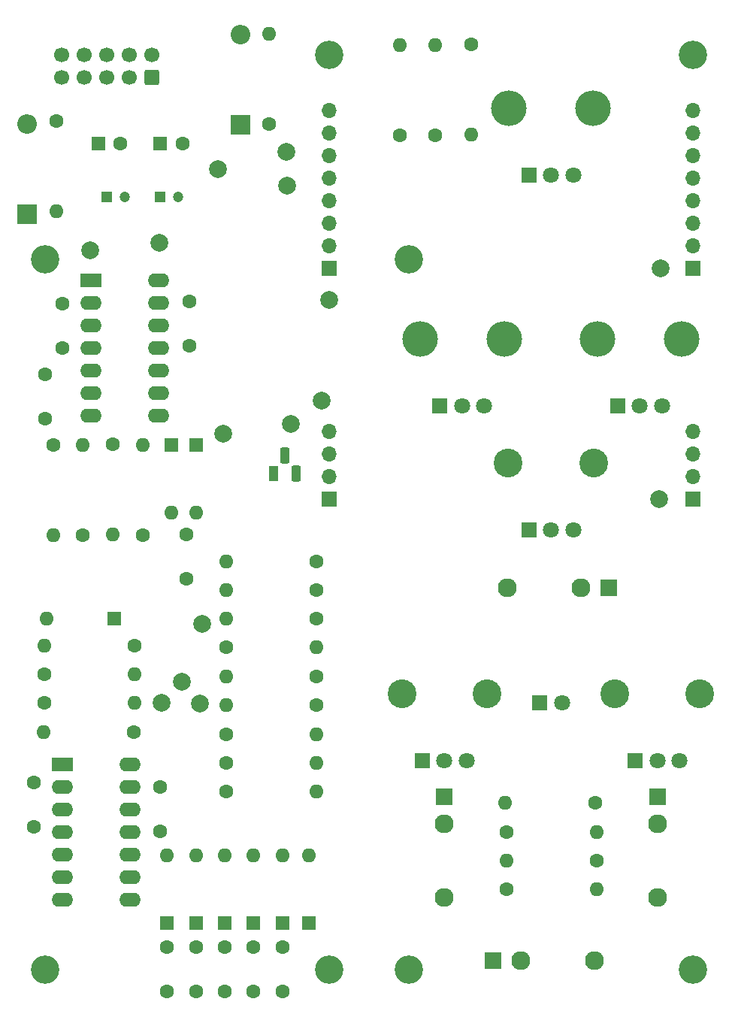
<source format=gbr>
%TF.GenerationSoftware,KiCad,Pcbnew,8.0.2-1*%
%TF.CreationDate,2024-05-20T21:15:53+02:00*%
%TF.ProjectId,low-orbit,6c6f772d-6f72-4626-9974-2e6b69636164,rev?*%
%TF.SameCoordinates,Original*%
%TF.FileFunction,Soldermask,Top*%
%TF.FilePolarity,Negative*%
%FSLAX46Y46*%
G04 Gerber Fmt 4.6, Leading zero omitted, Abs format (unit mm)*
G04 Created by KiCad (PCBNEW 8.0.2-1) date 2024-05-20 21:15:53*
%MOMM*%
%LPD*%
G01*
G04 APERTURE LIST*
G04 Aperture macros list*
%AMRoundRect*
0 Rectangle with rounded corners*
0 $1 Rounding radius*
0 $2 $3 $4 $5 $6 $7 $8 $9 X,Y pos of 4 corners*
0 Add a 4 corners polygon primitive as box body*
4,1,4,$2,$3,$4,$5,$6,$7,$8,$9,$2,$3,0*
0 Add four circle primitives for the rounded corners*
1,1,$1+$1,$2,$3*
1,1,$1+$1,$4,$5*
1,1,$1+$1,$6,$7*
1,1,$1+$1,$8,$9*
0 Add four rect primitives between the rounded corners*
20,1,$1+$1,$2,$3,$4,$5,0*
20,1,$1+$1,$4,$5,$6,$7,0*
20,1,$1+$1,$6,$7,$8,$9,0*
20,1,$1+$1,$8,$9,$2,$3,0*%
G04 Aperture macros list end*
%ADD10C,1.600000*%
%ADD11O,1.600000X1.600000*%
%ADD12O,4.000000X4.000000*%
%ADD13R,1.800000X1.800000*%
%ADD14C,1.800000*%
%ADD15C,3.200000*%
%ADD16R,2.200000X2.200000*%
%ADD17O,2.200000X2.200000*%
%ADD18C,3.240000*%
%ADD19R,1.930000X1.830000*%
%ADD20C,2.130000*%
%ADD21R,1.600000X1.600000*%
%ADD22R,1.830000X1.930000*%
%ADD23R,1.700000X1.700000*%
%ADD24O,1.700000X1.700000*%
%ADD25C,2.000000*%
%ADD26R,1.100000X1.800000*%
%ADD27RoundRect,0.275000X-0.275000X-0.625000X0.275000X-0.625000X0.275000X0.625000X-0.275000X0.625000X0*%
%ADD28R,2.400000X1.600000*%
%ADD29O,2.400000X1.600000*%
%ADD30R,1.200000X1.200000*%
%ADD31C,1.200000*%
%ADD32RoundRect,0.250000X0.600000X-0.600000X0.600000X0.600000X-0.600000X0.600000X-0.600000X-0.600000X0*%
%ADD33C,1.700000*%
G04 APERTURE END LIST*
D10*
%TO.C,C11*%
X71000000Y-159500000D03*
X71000000Y-154500000D03*
%TD*%
%TO.C,R14*%
X74420000Y-137000000D03*
D11*
X84580000Y-137000000D03*
%TD*%
D10*
%TO.C,R6*%
X53920000Y-127000000D03*
D11*
X64080000Y-127000000D03*
%TD*%
D10*
%TO.C,C4*%
X56000000Y-87005000D03*
X56000000Y-82005000D03*
%TD*%
D12*
%TO.C,RES_INT1*%
X96250000Y-86000000D03*
X105750000Y-86000000D03*
D13*
X98500000Y-93500000D03*
D14*
X101000000Y-93500000D03*
X103500000Y-93500000D03*
%TD*%
D15*
%TO.C,H9*%
X95000000Y-77000000D03*
%TD*%
%TO.C,H8*%
X86000000Y-157000000D03*
%TD*%
D16*
%TO.C,D3*%
X52000000Y-71960000D03*
D17*
X52000000Y-61800000D03*
%TD*%
D10*
%TO.C,R5*%
X105970000Y-141500000D03*
D11*
X116130000Y-141500000D03*
%TD*%
D10*
%TO.C,R9*%
X64080000Y-120500000D03*
D11*
X53920000Y-120500000D03*
%TD*%
D10*
%TO.C,R12*%
X84580000Y-114300000D03*
D11*
X74420000Y-114300000D03*
%TD*%
D18*
%TO.C,CV_CTL_IN_1*%
X94200000Y-126000000D03*
X103800000Y-126000000D03*
D13*
X96500000Y-133500000D03*
D14*
X99000000Y-133500000D03*
X101500000Y-133500000D03*
%TD*%
D10*
%TO.C,C12*%
X74250000Y-159500000D03*
X74250000Y-154500000D03*
%TD*%
%TO.C,R19*%
X74420000Y-130500000D03*
D11*
X84580000Y-130500000D03*
%TD*%
D10*
%TO.C,C1*%
X69900000Y-108000000D03*
X69900000Y-113000000D03*
%TD*%
D19*
%TO.C,J2*%
X99000000Y-137520000D03*
D20*
X99000000Y-148920000D03*
X99000000Y-140620000D03*
%TD*%
D21*
%TO.C,D10*%
X83750000Y-151810000D03*
D11*
X83750000Y-144190000D03*
%TD*%
D12*
%TO.C,CUTOFF1*%
X106250000Y-60000000D03*
X115750000Y-60000000D03*
D13*
X108500000Y-67500000D03*
D14*
X111000000Y-67500000D03*
X113500000Y-67500000D03*
%TD*%
D10*
%TO.C,C2*%
X52750000Y-140920000D03*
X52750000Y-135920000D03*
%TD*%
%TO.C,R7*%
X116130000Y-144750000D03*
D11*
X105970000Y-144750000D03*
%TD*%
D21*
%TO.C,D8*%
X77500000Y-151810000D03*
D11*
X77500000Y-144190000D03*
%TD*%
D10*
%TO.C,C3*%
X70300000Y-81755000D03*
X70300000Y-86755000D03*
%TD*%
%TO.C,R8*%
X53970000Y-123750000D03*
D11*
X64130000Y-123750000D03*
%TD*%
D16*
%TO.C,D4*%
X76000000Y-61830000D03*
D17*
X76000000Y-51670000D03*
%TD*%
D15*
%TO.C,H5*%
X127000000Y-54000000D03*
%TD*%
D22*
%TO.C,J1*%
X117480000Y-114000000D03*
D20*
X106080000Y-114000000D03*
X114380000Y-114000000D03*
%TD*%
D12*
%TO.C,RES_AMOUNT1*%
X116250000Y-86000000D03*
X125750000Y-86000000D03*
D13*
X118500000Y-93500000D03*
D14*
X121000000Y-93500000D03*
X123500000Y-93500000D03*
%TD*%
D10*
%TO.C,R3*%
X98000000Y-63080000D03*
D11*
X98000000Y-52920000D03*
%TD*%
D23*
%TO.C,H4*%
X86000000Y-78000000D03*
D24*
X86000000Y-75460000D03*
X86000000Y-72920000D03*
X86000000Y-70380000D03*
X86000000Y-67840000D03*
X86000000Y-65300000D03*
X86000000Y-62760000D03*
X86000000Y-60220000D03*
%TD*%
D10*
%TO.C,R2*%
X64030000Y-130250000D03*
D11*
X53870000Y-130250000D03*
%TD*%
D15*
%TO.C,H11*%
X54000000Y-77000000D03*
%TD*%
D18*
%TO.C,CV_CTL_IN_2*%
X118200000Y-126000000D03*
X127800000Y-126000000D03*
D13*
X120500000Y-133500000D03*
D14*
X123000000Y-133500000D03*
X125500000Y-133500000D03*
%TD*%
D23*
%TO.C,H2*%
X86000000Y-104000000D03*
D24*
X86000000Y-101460000D03*
X86000000Y-98920000D03*
X86000000Y-96380000D03*
%TD*%
D25*
%TO.C,TP10*%
X123400000Y-78000000D03*
%TD*%
D15*
%TO.C,H6*%
X54000000Y-157000000D03*
%TD*%
D10*
%TO.C,R21*%
X65000000Y-108080000D03*
D11*
X65000000Y-97920000D03*
%TD*%
D10*
%TO.C,R20*%
X84580000Y-127250000D03*
D11*
X74420000Y-127250000D03*
%TD*%
D10*
%TO.C,R18*%
X79250000Y-61780000D03*
D11*
X79250000Y-51620000D03*
%TD*%
D10*
%TO.C,R4*%
X116030000Y-138250000D03*
D11*
X105870000Y-138250000D03*
%TD*%
D10*
%TO.C,R10*%
X54965000Y-97910000D03*
D11*
X54965000Y-108070000D03*
%TD*%
D21*
%TO.C,D6*%
X71000000Y-151810000D03*
D11*
X71000000Y-144190000D03*
%TD*%
D10*
%TO.C,R17*%
X55300000Y-61470000D03*
D11*
X55300000Y-71630000D03*
%TD*%
D10*
%TO.C,R11*%
X84580000Y-117500000D03*
D11*
X74420000Y-117500000D03*
%TD*%
D21*
%TO.C,D11*%
X68215000Y-97930000D03*
D11*
X68215000Y-105550000D03*
%TD*%
D19*
%TO.C,J3*%
X123000000Y-137520000D03*
D20*
X123000000Y-148920000D03*
X123000000Y-140620000D03*
%TD*%
D10*
%TO.C,C10*%
X67750000Y-159500000D03*
X67750000Y-154500000D03*
%TD*%
%TO.C,C5*%
X67000000Y-136420000D03*
X67000000Y-141420000D03*
%TD*%
D21*
%TO.C,D5*%
X67750000Y-151810000D03*
D11*
X67750000Y-144190000D03*
%TD*%
D21*
%TO.C,D12*%
X71065000Y-97930000D03*
D11*
X71065000Y-105550000D03*
%TD*%
D10*
%TO.C,R15*%
X74420000Y-133750000D03*
D11*
X84580000Y-133750000D03*
%TD*%
D13*
%TO.C,D1*%
X109725000Y-127000000D03*
D14*
X112265000Y-127000000D03*
%TD*%
D10*
%TO.C,C14*%
X80750000Y-159500000D03*
X80750000Y-154500000D03*
%TD*%
%TO.C,C13*%
X77500000Y-159500000D03*
X77500000Y-154500000D03*
%TD*%
D21*
%TO.C,D7*%
X74250000Y-151810000D03*
D11*
X74250000Y-144190000D03*
%TD*%
D22*
%TO.C,J5*%
X104520000Y-156000000D03*
D20*
X115920000Y-156000000D03*
X107620000Y-156000000D03*
%TD*%
D18*
%TO.C,INPUT_LVL1*%
X106200000Y-100000000D03*
X115800000Y-100000000D03*
D13*
X108500000Y-107500000D03*
D14*
X111000000Y-107500000D03*
X113500000Y-107500000D03*
%TD*%
D15*
%TO.C,H7*%
X86000000Y-54000000D03*
%TD*%
D21*
%TO.C,D9*%
X80750000Y-151810000D03*
D11*
X80750000Y-144190000D03*
%TD*%
D21*
%TO.C,D2*%
X61810000Y-117500000D03*
D11*
X54190000Y-117500000D03*
%TD*%
D10*
%TO.C,R22*%
X61650000Y-97890000D03*
D11*
X61650000Y-108050000D03*
%TD*%
D10*
%TO.C,R26*%
X105970000Y-148000000D03*
D11*
X116130000Y-148000000D03*
%TD*%
D10*
%TO.C,R25*%
X84580000Y-111100000D03*
D11*
X74420000Y-111100000D03*
%TD*%
D25*
%TO.C,TP2*%
X123200000Y-104000000D03*
%TD*%
D10*
%TO.C,R13*%
X74420000Y-120750000D03*
D11*
X84580000Y-120750000D03*
%TD*%
D15*
%TO.C,H12*%
X95000000Y-157000000D03*
%TD*%
D10*
%TO.C,C15*%
X54000000Y-95000000D03*
X54000000Y-90000000D03*
%TD*%
D26*
%TO.C,Q1*%
X79730000Y-101170000D03*
D27*
X81000000Y-99100000D03*
X82270000Y-101170000D03*
%TD*%
D28*
%TO.C,U2*%
X56000000Y-133920000D03*
D29*
X56000000Y-136460000D03*
X56000000Y-139000000D03*
X56000000Y-141540000D03*
X56000000Y-144080000D03*
X56000000Y-146620000D03*
X56000000Y-149160000D03*
X63620000Y-149160000D03*
X63620000Y-146620000D03*
X63620000Y-144080000D03*
X63620000Y-141540000D03*
X63620000Y-139000000D03*
X63620000Y-136460000D03*
X63620000Y-133920000D03*
%TD*%
D28*
%TO.C,U1*%
X59200000Y-79380000D03*
D29*
X59200000Y-81920000D03*
X59200000Y-84460000D03*
X59200000Y-87000000D03*
X59200000Y-89540000D03*
X59200000Y-92080000D03*
X59200000Y-94620000D03*
X66820000Y-94620000D03*
X66820000Y-92080000D03*
X66820000Y-89540000D03*
X66820000Y-87000000D03*
X66820000Y-84460000D03*
X66820000Y-81920000D03*
X66820000Y-79380000D03*
%TD*%
D10*
%TO.C,R23*%
X58250000Y-108080000D03*
D11*
X58250000Y-97920000D03*
%TD*%
D10*
%TO.C,R1*%
X102000000Y-52840000D03*
D11*
X102000000Y-63000000D03*
%TD*%
D10*
%TO.C,R24*%
X94000000Y-63080000D03*
D11*
X94000000Y-52920000D03*
%TD*%
D10*
%TO.C,R16*%
X84580000Y-124000000D03*
D11*
X74420000Y-124000000D03*
%TD*%
D15*
%TO.C,H10*%
X127000000Y-157000000D03*
%TD*%
D30*
%TO.C,C8*%
X61000000Y-70000000D03*
D31*
X63000000Y-70000000D03*
%TD*%
D23*
%TO.C,H3*%
X127000000Y-78000000D03*
D24*
X127000000Y-75460000D03*
X127000000Y-72920000D03*
X127000000Y-70380000D03*
X127000000Y-67840000D03*
X127000000Y-65300000D03*
X127000000Y-62760000D03*
X127000000Y-60220000D03*
%TD*%
D25*
%TO.C,TP5*%
X66900000Y-75200000D03*
%TD*%
D21*
%TO.C,C7*%
X67000000Y-64000000D03*
D10*
X69500000Y-64000000D03*
%TD*%
D25*
%TO.C,TP1*%
X67100000Y-127000000D03*
%TD*%
D32*
%TO.C,J4*%
X66000000Y-56540000D03*
D33*
X66000000Y-54000000D03*
X63460000Y-56540000D03*
X63460000Y-54000000D03*
X60920000Y-56540000D03*
X60920000Y-54000000D03*
X58380000Y-56540000D03*
X58380000Y-54000000D03*
X55840000Y-56540000D03*
X55840000Y-54000000D03*
%TD*%
D25*
%TO.C,TP6*%
X69400000Y-124600000D03*
%TD*%
%TO.C,TP13*%
X81300000Y-68700000D03*
%TD*%
D30*
%TO.C,C9*%
X67000000Y-70000000D03*
D31*
X69000000Y-70000000D03*
%TD*%
D25*
%TO.C,TP12*%
X85200000Y-92900000D03*
%TD*%
%TO.C,TP11*%
X74100000Y-96700000D03*
%TD*%
%TO.C,TP14*%
X81200000Y-64900000D03*
%TD*%
%TO.C,TP15*%
X73500000Y-66900000D03*
%TD*%
%TO.C,TP7*%
X71500000Y-127100000D03*
%TD*%
%TO.C,TP9*%
X59100000Y-76000000D03*
%TD*%
D21*
%TO.C,C6*%
X60000000Y-64000000D03*
D10*
X62500000Y-64000000D03*
%TD*%
D25*
%TO.C,TP8*%
X86000000Y-81600000D03*
%TD*%
%TO.C,TP4*%
X71700000Y-118100000D03*
%TD*%
D23*
%TO.C,H1*%
X127000000Y-104000000D03*
D24*
X127000000Y-101460000D03*
X127000000Y-98920000D03*
X127000000Y-96380000D03*
%TD*%
D25*
%TO.C,TP3*%
X81700000Y-95600000D03*
%TD*%
M02*

</source>
